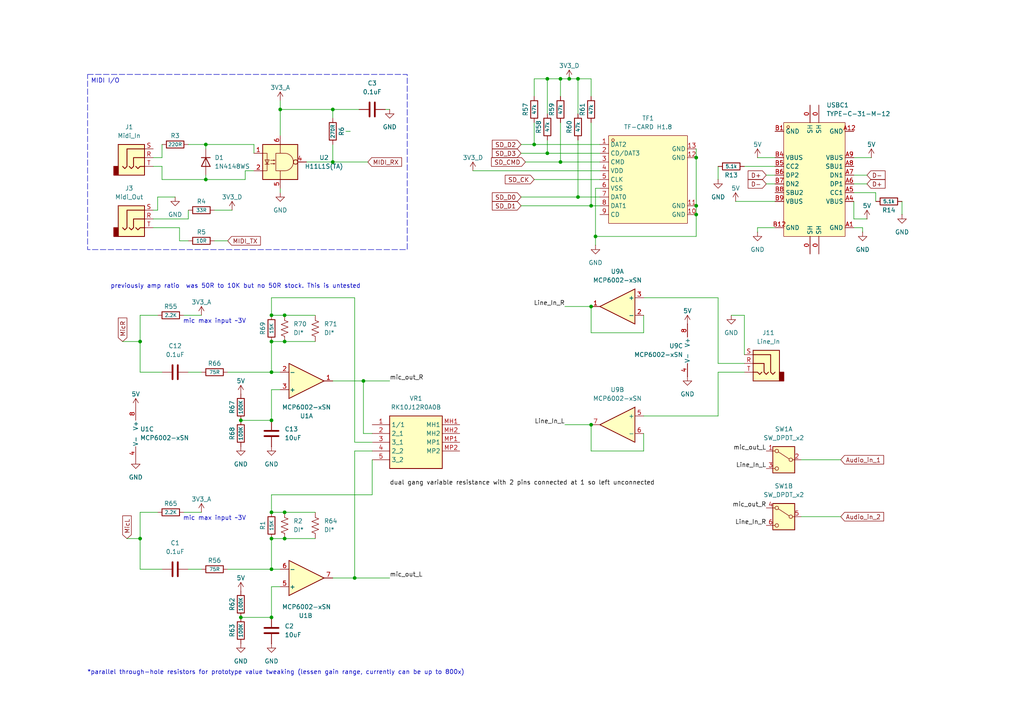
<source format=kicad_sch>
(kicad_sch (version 20231120) (generator "eeschema") (generator_version "8.0")
  (paper "A4")
  (lib_symbols
    (symbol "Amplifier_Operational:MCP6002-xSN" (pin_names (offset 0.127))
      (property "Reference" "U" (at 0 5.08 0))
      (property "Value" "MCP6002-xSN" (at 0 -5.08 0))
      (symbol "MCP6002-xSN_1_1"
        (polyline (pts (xy -5.08 5.08) (xy 5.08 0) (xy -5.08 -5.08) (xy -5.08 5.08)) (stroke (width 0.254)) (fill (type background)))
        (pin output line (at 7.62 0 180) (length 2.54) (name "~") (number "1"))
        (pin input line (at -7.62 -2.54 0) (length 2.54) (name "-") (number "2"))
        (pin input line (at -7.62 2.54 0) (length 2.54) (name "+") (number "3"))
      )
      (symbol "MCP6002-xSN_2_1"
        (polyline (pts (xy -5.08 5.08) (xy 5.08 0) (xy -5.08 -5.08) (xy -5.08 5.08)) (stroke (width 0.254)) (fill (type background)))
        (pin input line (at -7.62 2.54 0) (length 2.54) (name "+") (number "5"))
        (pin input line (at -7.62 -2.54 0) (length 2.54) (name "-") (number "6"))
        (pin output line (at 7.62 0 180) (length 2.54) (name "~") (number "7"))
      )
      (symbol "MCP6002-xSN_3_1"
        (pin power_in line (at -2.54 -7.62 90) (length 3.81) (name "V-") (number "4"))
        (pin power_in line (at -2.54 7.62 270) (length 3.81) (name "V+") (number "8"))
      )
    )
    (symbol "Connector_Audio:AudioJack3"
      (property "Reference" "J" (at 0 8.89 0))
      (property "Value" "AudioJack3" (at 0 6.35 0))
      (symbol "AudioJack3_0_1"
        (rectangle (start -5.08 -5.08) (end -6.35 -2.54) (stroke (width 0.254)) (fill (type outline)))
        (polyline (pts (xy 0 -2.54) (xy 0.635 -3.175) (xy 1.27 -2.54) (xy 2.54 -2.54)) (stroke (width 0.254)))
        (polyline (pts (xy -1.905 -2.54) (xy -1.27 -3.175) (xy -0.635 -2.54) (xy -0.635 0) (xy 2.54 0)) (stroke (width 0.254)))
        (polyline (pts (xy 2.54 2.54) (xy -2.54 2.54) (xy -2.54 -2.54) (xy -3.175 -3.175) (xy -3.81 -2.54)) (stroke (width 0.254)))
        (rectangle (start 2.54 3.81) (end -5.08 -5.08) (stroke (width 0.254)) (fill (type background)))
      )
      (symbol "AudioJack3_1_1"
        (pin passive line (at 5.08 0 180) (length 2.54) (name "~") (number "R"))
        (pin passive line (at 5.08 2.54 180) (length 2.54) (name "~") (number "S"))
        (pin passive line (at 5.08 -2.54 180) (length 2.54) (name "~") (number "T"))
      )
    )
    (symbol "Device:C" (pin_numbers hide) (pin_names (offset 0.254))
      (property "Reference" "C" (at 0.635 2.54 0))
      (property "Value" "C" (at 0.635 -2.54 0))
      (symbol "C_0_1"
        (polyline (pts (xy -2.032 -0.762) (xy 2.032 -0.762)) (stroke (width 0.508)))
        (polyline (pts (xy -2.032 0.762) (xy 2.032 0.762)) (stroke (width 0.508)))
      )
      (symbol "C_1_1"
        (pin passive line (at 0 3.81 270) (length 2.794) (name "~") (number "1"))
        (pin passive line (at 0 -3.81 90) (length 2.794) (name "~") (number "2"))
      )
    )
    (symbol "Device:R" (pin_numbers hide) (pin_names (offset 0))
      (property "Reference" "R" (at 2.032 0 90))
      (property "Value" "R" (at 0 0 90))
      (symbol "R_0_1"
        (rectangle (start -1.016 -2.54) (end 1.016 2.54) (stroke (width 0.254)))
      )
      (symbol "R_1_1"
        (pin passive line (at 0 3.81 270) (length 1.27) (name "~") (number "1"))
        (pin passive line (at 0 -3.81 90) (length 1.27) (name "~") (number "2"))
      )
    )
    (symbol "Device:R_US" (pin_numbers hide) (pin_names (offset 0))
      (property "Reference" "R" (at 2.54 0 90))
      (property "Value" "R_US" (at -2.54 0 90))
      (symbol "R_US_0_1"
        (polyline (pts (xy 0 -2.286) (xy 0 -2.54)))
        (polyline (pts (xy 0 2.286) (xy 0 2.54)))
        (polyline (pts (xy 0 -0.762) (xy 1.016 -1.143) (xy 0 -1.524) (xy -1.016 -1.905) (xy 0 -2.286)))
        (polyline (pts (xy 0 0.762) (xy 1.016 0.381) (xy 0 0) (xy -1.016 -0.381) (xy 0 -0.762)))
        (polyline (pts (xy 0 2.286) (xy 1.016 1.905) (xy 0 1.524) (xy -1.016 1.143) (xy 0 0.762)))
      )
      (symbol "R_US_1_1"
        (pin passive line (at 0 3.81 270) (length 1.27) (name "~") (number "1"))
        (pin passive line (at 0 -3.81 90) (length 1.27) (name "~") (number "2"))
      )
    )
    (symbol "Diode:MMSD4148" (pin_numbers hide) (pin_names hide)
      (property "Reference" "D" (at 0 2.54 0))
      (property "Value" "MMSD4148" (at 0 -2.54 0))
      (symbol "MMSD4148_0_1"
        (polyline (pts (xy -1.27 1.27) (xy -1.27 -1.27)) (stroke (width 0.254)))
        (polyline (pts (xy 1.27 0) (xy -1.27 0)))
        (polyline (pts (xy 1.27 1.27) (xy 1.27 -1.27) (xy -1.27 0) (xy 1.27 1.27)) (stroke (width 0.254)))
      )
      (symbol "MMSD4148_1_1"
        (pin passive line (at -3.81 0 0) (length 2.54) (name "K") (number "1"))
        (pin passive line (at 3.81 0 180) (length 2.54) (name "A") (number "2"))
      )
    )
    (symbol "Isolator:H11L1" (pin_names (offset 1.016))
      (property "Reference" "U" (at 1.27 8.89 0))
      (property "Value" "H11L1" (at 1.27 6.35 0))
      (symbol "H11L1_0_1"
        (rectangle (start -5.08 5.08) (end 5.08 -5.08) (stroke (width 0.254)) (fill (type background)))
        (polyline (pts (xy -4.445 -0.635) (xy -3.175 -0.635)))
        (polyline (pts (xy 0 2.54) (xy 0 5.08)))
        (polyline (pts (xy 0 -2.54) (xy 0 -5.08) (xy 0 -3.81)))
        (polyline (pts (xy -5.08 -2.54) (xy -3.81 -2.54) (xy -3.81 2.54) (xy -5.08 2.54)))
        (polyline (pts (xy -3.81 -0.635) (xy -4.445 0.635) (xy -3.175 0.635) (xy -3.81 -0.635)))
        (polyline (pts (xy 1.27 -2.54) (xy -1.27 -2.54) (xy -1.27 2.54) (xy 1.27 2.54)))
        (polyline (pts (xy -2.794 -0.508) (xy -1.524 -0.508) (xy -1.905 -0.635) (xy -1.905 -0.381) (xy -1.524 -0.508)))
        (polyline (pts (xy -2.794 0.508) (xy -1.524 0.508) (xy -1.905 0.381) (xy -1.905 0.635) (xy -1.524 0.508)))
        (arc (start 1.27 -2.54) (mid 3.799 0) (end 1.27 2.54))
      )
      (symbol "H11L1_1_1"
        (pin passive line (at -7.62 2.54 0) (length 2.54) (name "~") (number "1"))
        (pin passive line (at -7.62 -2.54 0) (length 2.54) (name "~") (number "2"))
        (pin no_connect line (at -5.08 0 0) (length 2.54) hide (name "~") (number "3"))
        (pin output inverted (at 7.62 0 180) (length 3.81) (name "~") (number "4"))
        (pin power_in line (at 0 -7.62 90) (length 2.54) (name "~") (number "5"))
        (pin power_in line (at 0 7.62 270) (length 2.54) (name "~") (number "6"))
      )
    )
    (symbol "Switch:SW_DPDT_x2" (pin_names (offset 0) hide)
      (property "Reference" "SW" (at 0 5.08 0))
      (property "Value" "SW_DPDT_x2" (at 0 -5.08 0))
      (symbol "SW_DPDT_x2_0_0"
        (circle (center -2.032 0) (radius 0.508))
        (circle (center 2.032 -2.54) (radius 0.508))
      )
      (symbol "SW_DPDT_x2_0_1"
        (rectangle (start -3.175 3.81) (end 3.175 -3.81) (stroke (width 0.254)) (fill (type background)))
        (polyline (pts (xy -1.524 0.254) (xy 1.5748 2.286)))
        (circle (center 2.032 2.54) (radius 0.508))
      )
      (symbol "SW_DPDT_x2_1_1"
        (pin passive line (at 5.08 2.54 180) (length 2.54) (name "A") (number "1"))
        (pin passive line (at -5.08 0 0) (length 2.54) (name "B") (number "2"))
        (pin passive line (at 5.08 -2.54 180) (length 2.54) (name "C") (number "3"))
      )
      (symbol "SW_DPDT_x2_2_1"
        (pin passive line (at 5.08 2.54 180) (length 2.54) (name "A") (number "4"))
        (pin passive line (at -5.08 0 0) (length 2.54) (name "B") (number "5"))
        (pin passive line (at 5.08 -2.54 180) (length 2.54) (name "C") (number "6"))
      )
    )
    (symbol "daisy_seed:3V3_A" (power) (pin_numbers hide) (pin_names (offset 0) hide)
      (property "Value" "3V3_A" (at 0 3.81 0))
      (symbol "3V3_A_0_1"
        (polyline (pts (xy -0.762 1.27) (xy 0 2.54)))
        (polyline (pts (xy 0 0) (xy 0 2.54)))
        (polyline (pts (xy 0 2.54) (xy 0.762 1.27)))
      )
      (symbol "3V3_A_1_1"
        (pin power_in line (at 0 0 90) (length 0) (name "~") (number "1"))
      )
    )
    (symbol "daisy_seed:3V3_D" (power) (pin_numbers hide) (pin_names (offset 0) hide)
      (property "Value" "3V3_D" (at 0 5.08 0))
      (symbol "3V3_D_0_0"
        (pin power_in line (at 0 0 90) (length 0) (name "~") (number "1"))
      )
      (symbol "3V3_D_0_1"
        (polyline (pts (xy -0.762 1.27) (xy 0 2.54)))
        (polyline (pts (xy 0 0) (xy 0 2.54)))
        (polyline (pts (xy 0 2.54) (xy 0.762 1.27)))
      )
    )
    (symbol "power:GND" (power) (pin_numbers hide) (pin_names (offset 0) hide)
      (property "Value" "GND" (at 0 -3.81 0))
      (symbol "GND_0_1"
        (polyline (pts (xy 0 0) (xy 0 -1.27) (xy 1.27 -1.27) (xy 0 -2.54) (xy -1.27 -1.27) (xy 0 -1.27)))
      )
      (symbol "GND_1_1"
        (pin power_in line (at 0 0 270) (length 0) (name "~") (number "1"))
      )
    )
    (symbol "soundbook:TYPE-C-31-M-12"
      (property "Reference" "USBC" (at 0 26.67 0))
      (property "Value" "TYPE-C-31-M-12" (at 0 -26.67 0))
      (symbol "TYPE-C-31-M-12_0_1"
        (rectangle (start -8.89 16.51) (end 8.89 -16.51) (fill (type background)))
        (circle (center -7.62 15.24) (radius 0.38))
        (pin unspecified line (at -1.27 -21.59 90) (length 5.08) (name "SH") (number "0"))
        (pin unspecified line (at -1.27 21.59 270) (length 5.08) (name "SH") (number "0"))
        (pin unspecified line (at 1.27 -21.59 90) (length 5.08) (name "SH") (number "0"))
        (pin unspecified line (at 1.27 21.59 270) (length 5.08) (name "SH") (number "0"))
        (pin unspecified line (at 11.43 -13.97 180) (length 2.54) (name "GND") (number "A1"))
        (pin unspecified line (at 11.43 13.97 180) (length 2.54) (name "GND") (number "A12"))
        (pin unspecified line (at 11.43 -6.35 180) (length 2.54) (name "VBUS") (number "A4"))
        (pin unspecified line (at 11.43 -3.81 180) (length 2.54) (name "CC1") (number "A5"))
        (pin unspecified line (at 11.43 -1.27 180) (length 2.54) (name "DP1") (number "A6"))
        (pin unspecified line (at 11.43 1.27 180) (length 2.54) (name "DN1") (number "A7"))
        (pin unspecified line (at 11.43 3.81 180) (length 2.54) (name "SBU1") (number "A8"))
        (pin unspecified line (at 11.43 6.35 180) (length 2.54) (name "VBUS") (number "A9"))
        (pin unspecified line (at -11.43 13.97 0) (length 2.54) (name "GND") (number "B1"))
        (pin unspecified line (at -11.43 -13.97 0) (length 2.54) (name "GND") (number "B12"))
        (pin unspecified line (at -11.43 6.35 0) (length 2.54) (name "VBUS") (number "B4"))
        (pin unspecified line (at -11.43 3.81 0) (length 2.54) (name "CC2") (number "B5"))
        (pin unspecified line (at -11.43 1.27 0) (length 2.54) (name "DP2") (number "B6"))
        (pin unspecified line (at -11.43 -1.27 0) (length 2.54) (name "DN2") (number "B7"))
        (pin unspecified line (at -11.43 -3.81 0) (length 2.54) (name "SBU2") (number "B8"))
        (pin unspecified line (at -11.43 -6.35 0) (length 2.54) (name "VBUS") (number "B9"))
      )
    )
    (symbol "soundpad_library:TF-CARDH1.8"
      (property "Reference" "TF" (at 0 17.78 0))
      (property "Value" "TF-CARD H1.8" (at 0 -12.7 0))
      (symbol "TF-CARDH1.8_0_1"
        (rectangle (start -12.7 15.24) (end 10.16 -10.16) (fill (type background)))
        (circle (center -11.43 13.97) (radius 0.38))
        (pin unspecified line (at -15.24 12.7 0) (length 2.54) (name "DAT2") (number "1"))
        (pin unspecified line (at 12.7 -7.62 180) (length 2.54) (name "GND") (number "10"))
        (pin unspecified line (at 12.7 -5.08 180) (length 2.54) (name "GND") (number "11"))
        (pin unspecified line (at 12.7 8.89 180) (length 2.54) (name "GND") (number "12"))
        (pin unspecified line (at 12.7 11.43 180) (length 2.54) (name "GND") (number "13"))
        (pin unspecified line (at -15.24 10.16 0) (length 2.54) (name "CD/DAT3") (number "2"))
        (pin unspecified line (at -15.24 7.62 0) (length 2.54) (name "CMD") (number "3"))
        (pin unspecified line (at -15.24 5.08 0) (length 2.54) (name "VDD") (number "4"))
        (pin unspecified line (at -15.24 2.54 0) (length 2.54) (name "CLK") (number "5"))
        (pin unspecified line (at -15.24 0 0) (length 2.54) (name "VSS") (number "6"))
        (pin unspecified line (at -15.24 -2.54 0) (length 2.54) (name "DAT0") (number "7"))
        (pin unspecified line (at -15.24 -5.08 0) (length 2.54) (name "DAT1") (number "8"))
        (pin unspecified line (at -15.24 -7.62 0) (length 2.54) (name "CD") (number "9"))
      )
    )
    (symbol "thumbwheel:RK10J12R0A0B"
      (property "Reference" "VR" (at 21.59 7.62 0))
      (property "Value" "RK10J12R0A0B" (at 21.59 5.08 0))
      (symbol "RK10J12R0A0B_1_1"
        (rectangle (start 5.08 2.54) (end 20.32 -12.7) (stroke (width 0.254)) (fill (type background)))
        (pin passive line (at 0 0 0) (length 5.08) (name "1/1") (number "1"))
        (pin passive line (at 0 -2.54 0) (length 5.08) (name "2_1") (number "2"))
        (pin passive line (at 0 -5.08 0) (length 5.08) (name "3_1") (number "3"))
        (pin passive line (at 0 -7.62 0) (length 5.08) (name "2_2") (number "4"))
        (pin passive line (at 0 -10.16 0) (length 5.08) (name "3_2") (number "5"))
        (pin passive line (at 25.4 0 180) (length 5.08) (name "MH1") (number "MH1"))
        (pin passive line (at 25.4 -2.54 180) (length 5.08) (name "MH2") (number "MH2"))
        (pin passive line (at 25.4 -5.08 180) (length 5.08) (name "MP1") (number "MP1"))
        (pin passive line (at 25.4 -7.62 180) (length 5.08) (name "MP2") (number "MP2"))
      )
    )
  )
  (junction (at 171.45 59.69))
  (junction (at 96.52 31.75))
  (junction (at 78.74 99.06))
  (junction (at 167.64 57.15))
  (junction (at 81.28 31.75))
  (junction (at 40.64 99.06))
  (junction (at 78.74 148.59))
  (junction (at 201.93 45.72))
  (junction (at 78.74 91.44))
  (junction (at 82.55 148.59))
  (junction (at 82.55 91.44))
  (junction (at 78.74 107.95))
  (junction (at 171.45 123.19))
  (junction (at 40.64 156.21))
  (junction (at 162.56 22.86))
  (junction (at 102.87 167.64))
  (junction (at 201.93 59.69))
  (junction (at 201.93 62.23))
  (junction (at 59.69 52.07))
  (junction (at 69.85 121.92))
  (junction (at 78.74 156.21))
  (junction (at 82.55 156.21))
  (junction (at 96.52 46.99))
  (junction (at 167.64 22.86))
  (junction (at 162.56 46.99))
  (junction (at 105.41 110.49))
  (junction (at 154.94 41.91))
  (junction (at 158.75 44.45))
  (junction (at 172.72 68.58))
  (junction (at 78.74 165.1))
  (junction (at 78.74 179.07))
  (junction (at 59.69 41.91))
  (junction (at 165.1 22.86))
  (junction (at 69.85 179.07))
  (junction (at 82.55 99.06))
  (junction (at 158.75 22.86))
  (junction (at 171.45 88.9))
  (junction (at 78.74 121.92))
  (wire (pts (xy 59.69 41.91) (xy 73.66 41.91)))
  (wire (pts (xy 154.94 52.07) (xy 173.99 52.07)))
  (wire (pts (xy 52.07 69.85) (xy 54.61 69.85)))
  (wire (pts (xy 247.65 66.04) (xy 250.19 66.04)))
  (wire (pts (xy 59.69 50.8) (xy 59.69 52.07)))
  (wire (pts (xy 96.52 110.49) (xy 105.41 110.49)))
  (wire (pts (xy 151.13 41.91) (xy 154.94 41.91)))
  (wire (pts (xy 96.52 31.75) (xy 81.28 31.75)))
  (wire (pts (xy 154.94 22.86) (xy 158.75 22.86)))
  (wire (pts (xy 82.55 99.06) (xy 91.44 99.06)))
  (wire (pts (xy 171.45 88.9) (xy 163.83 88.9)))
  (wire (pts (xy 154.94 41.91) (xy 173.99 41.91)))
  (wire (pts (xy 201.93 59.69) (xy 201.93 62.23)))
  (wire (pts (xy 78.74 148.59) (xy 82.55 148.59)))
  (wire (pts (xy 171.45 96.52) (xy 171.45 88.9)))
  (wire (pts (xy 46.99 52.07) (xy 59.69 52.07)))
  (wire (pts (xy 219.71 66.04) (xy 219.71 67.31)))
  (wire (pts (xy 158.75 44.45) (xy 173.99 44.45)))
  (wire (pts (xy 78.74 156.21) (xy 82.55 156.21)))
  (wire (pts (xy 162.56 35.56) (xy 162.56 46.99)))
  (wire (pts (xy 78.74 113.03) (xy 81.28 113.03)))
  (wire (pts (xy 81.28 29.21) (xy 81.28 31.75)))
  (wire (pts (xy 45.72 148.59) (xy 40.64 148.59)))
  (wire (pts (xy 167.64 57.15) (xy 173.99 57.15)))
  (wire (pts (xy 243.84 133.35) (xy 232.41 133.35)))
  (wire (pts (xy 171.45 123.19) (xy 171.45 130.81)))
  (wire (pts (xy 46.99 45.72) (xy 46.99 41.91)))
  (wire (pts (xy 78.74 86.36) (xy 102.87 86.36)))
  (wire (pts (xy 158.75 22.86) (xy 162.56 22.86)))
  (wire (pts (xy 96.52 167.64) (xy 102.87 167.64)))
  (wire (pts (xy 82.55 148.59) (xy 91.44 148.59)))
  (wire (pts (xy 105.41 110.49) (xy 113.03 110.49)))
  (wire (pts (xy 222.25 50.8) (xy 224.79 50.8)))
  (wire (pts (xy 247.65 63.5) (xy 251.46 63.5)))
  (wire (pts (xy 66.04 107.95) (xy 78.74 107.95)))
  (wire (pts (xy 163.83 123.19) (xy 171.45 123.19)))
  (wire (pts (xy 102.87 128.27) (xy 107.95 128.27)))
  (wire (pts (xy 69.85 121.92) (xy 78.74 121.92)))
  (wire (pts (xy 52.07 69.85) (xy 52.07 66.04)))
  (wire (pts (xy 104.14 31.75) (xy 96.52 31.75)))
  (wire (pts (xy 261.62 58.42) (xy 261.62 62.23)))
  (wire (pts (xy 78.74 99.06) (xy 82.55 99.06)))
  (wire (pts (xy 105.41 125.73) (xy 105.41 110.49)))
  (wire (pts (xy 167.64 40.64) (xy 167.64 57.15)))
  (wire (pts (xy 78.74 143.51) (xy 107.95 143.51)))
  (wire (pts (xy 40.64 91.44) (xy 40.64 99.06)))
  (wire (pts (xy 162.56 22.86) (xy 162.56 27.94)))
  (wire (pts (xy 208.28 48.26) (xy 208.28 52.07)))
  (wire (pts (xy 78.74 156.21) (xy 78.74 165.1)))
  (wire (pts (xy 46.99 107.95) (xy 40.64 107.95)))
  (wire (pts (xy 107.95 130.81) (xy 102.87 130.81)))
  (wire (pts (xy 213.36 58.42) (xy 224.79 58.42)))
  (wire (pts (xy 78.74 170.18) (xy 81.28 170.18)))
  (wire (pts (xy 62.23 60.96) (xy 67.31 60.96)))
  (wire (pts (xy 88.9 46.99) (xy 96.52 46.99)))
  (wire (pts (xy 81.28 54.61) (xy 81.28 55.88)))
  (wire (pts (xy 54.61 165.1) (xy 58.42 165.1)))
  (wire (pts (xy 78.74 99.06) (xy 78.74 107.95)))
  (wire (pts (xy 78.74 86.36) (xy 78.74 91.44)))
  (wire (pts (xy 208.28 107.95) (xy 208.28 120.65)))
  (wire (pts (xy 82.55 156.21) (xy 91.44 156.21)))
  (wire (pts (xy 215.9 107.95) (xy 208.28 107.95)))
  (wire (pts (xy 171.45 35.56) (xy 171.45 59.69)))
  (wire (pts (xy 215.9 91.44) (xy 212.09 91.44)))
  (wire (pts (xy 251.46 53.34) (xy 247.65 53.34)))
  (wire (pts (xy 247.65 45.72) (xy 252.73 45.72)))
  (wire (pts (xy 137.16 49.53) (xy 173.99 49.53)))
  (wire (pts (xy 44.45 63.5) (xy 54.61 63.5)))
  (wire (pts (xy 53.34 148.59) (xy 58.42 148.59)))
  (wire (pts (xy 162.56 46.99) (xy 173.99 46.99)))
  (wire (pts (xy 78.74 107.95) (xy 81.28 107.95)))
  (wire (pts (xy 102.87 86.36) (xy 102.87 128.27)))
  (wire (pts (xy 44.45 45.72) (xy 46.99 45.72)))
  (wire (pts (xy 208.28 120.65) (xy 186.69 120.65)))
  (wire (pts (xy 171.45 59.69) (xy 173.99 59.69)))
  (wire (pts (xy 96.52 41.91) (xy 96.52 46.99)))
  (wire (pts (xy 44.45 66.04) (xy 52.07 66.04)))
  (wire (pts (xy 171.45 22.86) (xy 167.64 22.86)))
  (wire (pts (xy 71.12 49.53) (xy 73.66 49.53)))
  (wire (pts (xy 172.72 68.58) (xy 172.72 71.12)))
  (wire (pts (xy 172.72 54.61) (xy 172.72 68.58)))
  (wire (pts (xy 54.61 63.5) (xy 54.61 60.96)))
  (wire (pts (xy 59.69 52.07) (xy 71.12 52.07)))
  (wire (pts (xy 151.13 59.69) (xy 171.45 59.69)))
  (wire (pts (xy 102.87 130.81) (xy 102.87 167.64)))
  (wire (pts (xy 35.56 99.06) (xy 40.64 99.06)))
  (wire (pts (xy 46.99 165.1) (xy 40.64 165.1)))
  (wire (pts (xy 171.45 27.94) (xy 171.45 22.86)))
  (wire (pts (xy 208.28 86.36) (xy 208.28 105.41)))
  (wire (pts (xy 162.56 22.86) (xy 165.1 22.86)))
  (wire (pts (xy 158.75 40.64) (xy 158.75 44.45)))
  (wire (pts (xy 250.19 66.04) (xy 250.19 67.31)))
  (wire (pts (xy 154.94 35.56) (xy 154.94 41.91)))
  (wire (pts (xy 69.85 179.07) (xy 78.74 179.07)))
  (wire (pts (xy 219.71 45.72) (xy 224.79 45.72)))
  (wire (pts (xy 81.28 31.75) (xy 81.28 39.37)))
  (wire (pts (xy 222.25 53.34) (xy 224.79 53.34)))
  (wire (pts (xy 54.61 41.91) (xy 59.69 41.91)))
  (wire (pts (xy 78.74 143.51) (xy 78.74 148.59)))
  (wire (pts (xy 96.52 31.75) (xy 96.52 34.29)))
  (wire (pts (xy 167.64 22.86) (xy 165.1 22.86)))
  (wire (pts (xy 201.93 68.58) (xy 172.72 68.58)))
  (wire (pts (xy 78.74 170.18) (xy 78.74 179.07)))
  (wire (pts (xy 102.87 167.64) (xy 113.03 167.64)))
  (wire (pts (xy 78.74 113.03) (xy 78.74 121.92)))
  (wire (pts (xy 186.69 130.81) (xy 171.45 130.81)))
  (wire (pts (xy 208.28 86.36) (xy 186.69 86.36)))
  (wire (pts (xy 154.94 27.94) (xy 154.94 22.86)))
  (wire (pts (xy 215.9 102.87) (xy 215.9 91.44)))
  (wire (pts (xy 208.28 105.41) (xy 215.9 105.41)))
  (wire (pts (xy 167.64 33.02) (xy 167.64 22.86)))
  (wire (pts (xy 243.84 149.86) (xy 232.41 149.86)))
  (wire (pts (xy 247.65 63.5) (xy 247.65 58.42)))
  (wire (pts (xy 53.34 91.44) (xy 58.42 91.44)))
  (wire (pts (xy 71.12 49.53) (xy 71.12 52.07)))
  (wire (pts (xy 45.72 91.44) (xy 40.64 91.44)))
  (wire (pts (xy 40.64 148.59) (xy 40.64 156.21)))
  (wire (pts (xy 40.64 99.06) (xy 40.64 107.95)))
  (wire (pts (xy 59.69 43.18) (xy 59.69 41.91)))
  (wire (pts (xy 152.4 46.99) (xy 162.56 46.99)))
  (wire (pts (xy 62.23 69.85) (xy 66.04 69.85)))
  (wire (pts (xy 201.93 45.72) (xy 201.93 59.69)))
  (wire (pts (xy 82.55 91.44) (xy 91.44 91.44)))
  (wire (pts (xy 186.69 125.73) (xy 186.69 130.81)))
  (wire (pts (xy 107.95 125.73) (xy 105.41 125.73)))
  (wire (pts (xy 101.6 38.1) (xy 100.33 38.1)))
  (wire (pts (xy 111.76 31.75) (xy 113.03 31.75)))
  (wire (pts (xy 254 55.88) (xy 247.65 55.88)))
  (wire (pts (xy 78.74 91.44) (xy 82.55 91.44)))
  (wire (pts (xy 45.72 60.96) (xy 45.72 57.15)))
  (wire (pts (xy 73.66 41.91) (xy 73.66 44.45)))
  (wire (pts (xy 46.99 48.26) (xy 46.99 52.07)))
  (wire (pts (xy 107.95 133.35) (xy 107.95 143.51)))
  (wire (pts (xy 224.79 48.26) (xy 215.9 48.26)))
  (wire (pts (xy 251.46 50.8) (xy 247.65 50.8)))
  (wire (pts (xy 186.69 96.52) (xy 171.45 96.52)))
  (wire (pts (xy 201.93 43.18) (xy 201.93 45.72)))
  (wire (pts (xy 44.45 48.26) (xy 46.99 48.26)))
  (wire (pts (xy 40.64 156.21) (xy 40.64 165.1)))
  (wire (pts (xy 44.45 60.96) (xy 45.72 60.96)))
  (wire (pts (xy 186.69 91.44) (xy 186.69 96.52)))
  (wire (pts (xy 158.75 22.86) (xy 158.75 33.02)))
  (wire (pts (xy 254 58.42) (xy 254 55.88)))
  (wire (pts (xy 40.64 156.21) (xy 36.83 156.21)))
  (wire (pts (xy 54.61 107.95) (xy 58.42 107.95)))
  (wire (pts (xy 224.79 66.04) (xy 219.71 66.04)))
  (wire (pts (xy 45.72 57.15) (xy 50.8 57.15)))
  (wire (pts (xy 201.93 62.23) (xy 201.93 68.58)))
  (wire (pts (xy 151.13 44.45) (xy 158.75 44.45)))
  (wire (pts (xy 78.74 165.1) (xy 81.28 165.1)))
  (wire (pts (xy 151.13 57.15) (xy 167.64 57.15)))
  (wire (pts (xy 96.52 46.99) (xy 106.68 46.99)))
  (wire (pts (xy 66.04 165.1) (xy 78.74 165.1)))
  (wire (pts (xy 173.99 54.61) (xy 172.72 54.61)))
  (text_box "MIDI I/O" (at 25.4 21.59 0) (size 92.71 50.8) (stroke (width 0) (type dash)) (effects (font (size 1.27 1.27)) (justify left top)))
  (text "*parallel through-hole resistors for prototype value tweaking (lessen gain range, currently can be up to 800x)" (at 80.01 195.072 0) (effects (font (size 1.27 1.27))))
  (text "mic max input ~3V" (at 62.23 93.218 0) (effects (font (size 1.27 1.27))))
  (text "previously amp ratio  was 50R to 10K but no 50R stock. This is untested" (at 68.326 83.058 0) (effects (font (size 1.27 1.27))))
  (text "mic max input ~3V" (at 62.23 150.368 0) (effects (font (size 1.27 1.27))))
  (label "dual gang variable resistance with 2 pins connected at 1 so left unconnected" (at 113.03 140.97 0))
  (label "mic_out_L" (at 113.03 167.64 0))
  (label "mic_out_R" (at 222.25 147.32 180))
  (label "Line_In_R" (at 163.83 88.9 180))
  (label "Line_In_R" (at 222.25 152.4 180))
  (label "mic_out_R" (at 113.03 110.49 0))
  (label "mic_out_L" (at 222.25 130.81 180))
  (label "Line_In_L" (at 222.25 135.89 180))
  (label "Line_In_L" (at 163.83 123.19 180))
  (global_label "SD_D2" (shape input) (at 151.13 41.91 180) (property "Intersheetrefs" "${INTERSHEET_REFS}" (effects (hide yes))))
  (global_label "SD_D0" (shape input) (at 151.13 57.15 180) (property "Intersheetrefs" "${INTERSHEET_REFS}" (effects (hide yes))))
  (global_label "Audio_in_2" (shape input) (at 243.84 149.86 0) (property "Intersheetrefs" "${INTERSHEET_REFS}" (effects (hide yes))))
  (global_label "D-" (shape input) (at 222.25 53.34 180) (property "Intersheetrefs" "${INTERSHEET_REFS}" (effects (hide yes))))
  (global_label "D-" (shape input) (at 251.46 50.8 0) (property "Intersheetrefs" "${INTERSHEET_REFS}" (effects (hide yes))))
  (global_label "D+" (shape input) (at 222.25 50.8 180) (property "Intersheetrefs" "${INTERSHEET_REFS}" (effects (hide yes))))
  (global_label "SD_CMD" (shape input) (at 152.4 46.99 180) (property "Intersheetrefs" "${INTERSHEET_REFS}" (effects (hide yes))))
  (global_label "MIDI_RX" (shape input) (at 106.68 46.99 0) (property "Intersheetrefs" "${INTERSHEET_REFS}" (effects (hide yes))))
  (global_label "SD_D3" (shape input) (at 151.13 44.45 180) (property "Intersheetrefs" "${INTERSHEET_REFS}" (effects (hide yes))))
  (global_label "MIDI_TX" (shape input) (at 66.04 69.85 0) (property "Intersheetrefs" "${INTERSHEET_REFS}" (effects (hide yes))))
  (global_label "SD_CK" (shape input) (at 154.94 52.07 180) (property "Intersheetrefs" "${INTERSHEET_REFS}" (effects (hide yes))))
  (global_label "SD_D1" (shape input) (at 151.13 59.69 180) (property "Intersheetrefs" "${INTERSHEET_REFS}" (effects (hide yes))))
  (global_label "MicR" (shape input) (at 35.56 99.06 90) (property "Intersheetrefs" "${INTERSHEET_REFS}" (effects (hide yes))))
  (global_label "D+" (shape input) (at 251.46 53.34 0) (property "Intersheetrefs" "${INTERSHEET_REFS}" (effects (hide yes))))
  (global_label "Audio_in_1" (shape input) (at 243.84 133.35 0) (property "Intersheetrefs" "${INTERSHEET_REFS}" (effects (hide yes))))
  (global_label "MicL" (shape input) (at 36.83 156.21 90) (property "Intersheetrefs" "${INTERSHEET_REFS}" (effects (hide yes))))
  (symbol (lib_id "Amplifier_Operational:MCP6002-xSN") (at 88.9 110.49 0) (mirror x) (unit 1)
    (property "Reference" "U1" (at 88.9 120.65 0))
    (property "Value" "MCP6002-xSN" (at 88.9 118.11 0))
    (property "Footprint" "Package_SO:SOIC-8_3.9x4.9mm_P1.27mm" (effects (hide yes)))
    (property "Datasheet" "http://ww1.microchip.com/downloads/en/DeviceDoc/21733j.pdf" (effects (hide yes)))
    (property "Description" "1MHz, Low-Power Op Amp, SOIC-8" (effects (hide yes)))
  )
  (symbol (lib_id "power:GND") (at 69.85 129.54 0) (unit 1)
    (property "Reference" "#PWR096" (effects (hide yes)))
    (property "Value" "GND" (at 69.85 134.62 0))
    (property "Description" "Power symbol creates a global label with name \"GND\" , ground" (effects (hide yes)))
  )
  (symbol (lib_id "power:GND") (at 69.85 186.69 0) (unit 1)
    (property "Reference" "#PWR076" (effects (hide yes)))
    (property "Value" "GND" (at 69.85 191.77 0))
    (property "Description" "Power symbol creates a global label with name \"GND\" , ground" (effects (hide yes)))
  )
  (symbol (lib_id "Amplifier_Operational:MCP6002-xSN") (at 179.07 123.19 0) (mirror y) (unit 2)
    (property "Reference" "U9" (at 179.07 113.03 0))
    (property "Value" "MCP6002-xSN" (at 179.07 115.57 0))
    (property "Footprint" "Package_SO:SOIC-8_3.9x4.9mm_P1.27mm" (effects (hide yes)))
    (property "Datasheet" "http://ww1.microchip.com/downloads/en/DeviceDoc/21733j.pdf" (effects (hide yes)))
    (property "Description" "1MHz, Low-Power Op Amp, SOIC-8" (effects (hide yes)))
  )
  (symbol (lib_id "soundbook:TYPE-C-31-M-12") (at 236.22 52.07 0) (unit 1)
    (property "Reference" "USBC1" (at 239.6841 30.48 0) (effects (justify left)))
    (property "Value" "TYPE-C-31-M-12" (at 239.6841 33.02 0) (effects (justify left)))
    (property "Footprint" "Connector_USB:USB_C_Receptacle_HRO_TYPE-C-31-M-12" (effects (hide yes)))
    (property "Datasheet" "https://lcsc.com/product-detail/USB-Type-C_Korean-Hroparts-Elec-TYPE-C-31-M-12_C165948.html" (effects (hide yes)))
    (property "LCSC Part" "C165948" (effects (hide yes)))
  )
  (symbol (lib_id "power:GND") (at 113.03 31.75 0) (unit 1)
    (property "Reference" "#PWR05" (effects (hide yes)))
    (property "Value" "GND" (at 113.03 36.83 0))
  )
  (symbol (lib_id "daisy_seed:3V3_D") (at 67.31 60.96 0) (unit 1)
    (property "Reference" "#PWR02" (effects (hide yes)))
    (property "Value" "3V3_D" (at 67.31 57.15 0))
    (property "Description" "Power symbol creates a global label with name \"3V3_D\"" (effects (hide yes)))
  )
  (symbol (lib_id "daisy_seed:3V3_D") (at 219.71 45.72 0) (unit 1)
    (property "Reference" "#PWR085" (effects (hide yes)))
    (property "Value" "5V" (at 219.71 41.91 0))
  )
  (symbol (lib_id "thumbwheel:RK10J12R0A0B") (at 107.95 123.19 0) (unit 1)
    (property "Reference" "VR1" (at 120.65 115.57 0))
    (property "Value" "RK10J12R0A0B" (at 120.65 118.11 0))
    (property "Footprint" "footprints:RK10J12R0A0B" (effects (hide yes)))
    (property "Datasheet" "https://www.alps.com/prod/info/E/HTML/Potentiometer/RotaryPotentiometers/RKJ1/RK10J12R0A0B.html" (effects (hide yes)))
    (property "Description" "Potentiometers Dual Unit 10mm,15A Surface mnt" (effects (hide yes)))
    (property "Height" "2.5" (effects (hide yes)))
    (property "Mouser Part Number" "688-RK10J12R0A0B" (effects (hide yes)))
    (property "Mouser Price/Stock" "https://www.mouser.co.uk/ProductDetail/Alps-Alpine/RK10J12R0A0B?qs=nR5Mw3RKkX4o8TMzstLlKA%3D%3D" (effects (hide yes)))
    (property "Manufacturer_Name" "ALPS Electric" (effects (hide yes)))
    (property "Manufacturer_Part_Number" "RK10J12R0A0B" (effects (hide yes)))
  )
  (symbol (lib_id "daisy_seed:3V3_D") (at 213.36 58.42 0) (mirror y) (unit 1)
    (property "Reference" "#PWR017" (effects (hide yes)))
    (property "Value" "5V" (at 213.36 54.61 0))
  )
  (symbol (lib_id "Device:R") (at 212.09 48.26 270) (unit 1)
    (property "Reference" "R13" (at 212.09 50.8 90))
    (property "Value" "5.1k" (at 212.09 48.26 90) (effects (font (size 1.016 1.016))))
    (property "Footprint" "Resistor_SMD:R_0603_1608Metric" (effects (hide yes)))
    (property "Description" "Resistor" (effects (hide yes)))
  )
  (symbol (lib_id "Device:R") (at 69.85 118.11 180) (unit 1)
    (property "Reference" "R67" (at 67.31 118.11 90))
    (property "Value" "100K" (at 69.85 118.11 90) (effects (font (size 1.016 1.016))))
    (property "Footprint" "Resistor_SMD:R_0603_1608Metric" (effects (hide yes)))
    (property "Description" "Resistor" (effects (hide yes)))
  )
  (symbol (lib_id "Device:R") (at 58.42 60.96 90) (unit 1)
    (property "Reference" "R4" (at 58.42 58.42 90))
    (property "Value" "33R" (at 58.42 60.96 90) (effects (font (size 1.016 1.016))))
    (property "Footprint" "Resistor_SMD:R_0603_1608Metric" (effects (hide yes)))
    (property "Description" "Resistor" (effects (hide yes)))
    (property "LCSC" "C23140" (effects (hide yes)))
  )
  (symbol (lib_id "power:GND") (at 250.19 67.31 0) (unit 1)
    (property "Reference" "#PWR015" (effects (hide yes)))
    (property "Value" "GND" (at 250.19 72.39 0))
    (property "Description" "Power symbol creates a global label with name \"GND\" , ground" (effects (hide yes)))
  )
  (symbol (lib_id "Amplifier_Operational:MCP6002-xSN") (at 196.85 101.6 0) (mirror y) (unit 3)
    (property "Reference" "U9" (at 198.12 100.3299 0) (effects (justify left)))
    (property "Value" "MCP6002-xSN" (at 198.12 102.8699 0) (effects (justify left)))
    (property "Footprint" "Package_SO:SOIC-8_3.9x4.9mm_P1.27mm" (effects (hide yes)))
    (property "Datasheet" "http://ww1.microchip.com/downloads/en/DeviceDoc/21733j.pdf" (effects (hide yes)))
    (property "Description" "1MHz, Low-Power Op Amp, SOIC-8" (effects (hide yes)))
  )
  (symbol (lib_id "Device:R") (at 62.23 165.1 90) (unit 1)
    (property "Reference" "R56" (at 62.23 162.56 90))
    (property "Value" "75R" (at 62.23 165.1 90) (effects (font (size 1.016 1.016))))
    (property "Footprint" "Resistor_SMD:R_0603_1608Metric" (effects (hide yes)))
    (property "Description" "Resistor" (effects (hide yes)))
  )
  (symbol (lib_id "Device:C") (at 50.8 165.1 90) (unit 1)
    (property "Reference" "C1" (at 50.8 157.48 90))
    (property "Value" "0.1uF" (at 50.8 160.02 90))
    (property "Footprint" "Capacitor_SMD:C_0402_1005Metric" (effects (hide yes)))
    (property "Description" "Unpolarized capacitor" (effects (hide yes)))
    (property "LCSC" "C1525" (effects (hide yes)))
  )
  (symbol (lib_id "Device:R_US") (at 82.55 95.25 180) (unit 1)
    (property "Reference" "R70" (at 85.09 93.9799 0) (effects (justify right)))
    (property "Value" "DI*" (at 85.09 96.5199 0) (effects (justify right)))
    (property "Footprint" "Resistor_THT:R_Axial_DIN0204_L3.6mm_D1.6mm_P5.08mm_Horizontal" (effects (hide yes)))
    (property "Description" "Resistor, US symbol" (effects (hide yes)))
  )
  (symbol (lib_id "daisy_seed:3V3_D") (at 137.16 49.53 0) (unit 1)
    (property "Reference" "#PWR080" (effects (hide yes)))
    (property "Value" "3V3_D" (at 137.16 45.72 0))
    (property "Description" "Power symbol creates a global label with name \"3V3_D\"" (effects (hide yes)))
  )
  (symbol (lib_id "Device:R_US") (at 91.44 95.25 0) (unit 1)
    (property "Reference" "R71" (at 93.98 93.9799 0) (effects (justify left)))
    (property "Value" "DI*" (at 93.98 96.5199 0) (effects (justify left)))
    (property "Footprint" "Resistor_THT:R_Axial_DIN0204_L3.6mm_D1.6mm_P5.08mm_Horizontal" (effects (hide yes)))
    (property "Description" "Resistor, US symbol" (effects (hide yes)))
  )
  (symbol (lib_id "Device:R") (at 171.45 31.75 180) (unit 1)
    (property "Reference" "R61" (at 168.91 31.75 90))
    (property "Value" "47k" (at 171.45 31.75 90) (effects (font (size 1.016 1.016))))
    (property "Footprint" "Resistor_SMD:R_0603_1608Metric" (effects (hide yes)))
    (property "Description" "Resistor" (effects (hide yes)))
  )
  (symbol (lib_id "Device:R") (at 49.53 148.59 90) (unit 1)
    (property "Reference" "R65" (at 49.53 146.05 90))
    (property "Value" "2.2K" (at 49.53 148.59 90) (effects (font (size 1.016 1.016))))
    (property "Footprint" "Resistor_SMD:R_0603_1608Metric" (effects (hide yes)))
    (property "Description" "Resistor" (effects (hide yes)))
  )
  (symbol (lib_id "power:GND") (at 172.72 71.12 0) (unit 1)
    (property "Reference" "#PWR081" (effects (hide yes)))
    (property "Value" "GND" (at 172.72 76.2 0))
    (property "Description" "Power symbol creates a global label with name \"GND\" , ground" (effects (hide yes)))
  )
  (symbol (lib_id "Device:C") (at 78.74 125.73 180) (unit 1)
    (property "Reference" "C13" (at 82.55 124.4599 0) (effects (justify right)))
    (property "Value" "10uF" (at 82.55 126.9999 0) (effects (justify right)))
    (property "Footprint" "Capacitor_SMD:C_0603_1608Metric" (effects (hide yes)))
    (property "Description" "Unpolarized capacitor" (effects (hide yes)))
    (property "LCSC" "C19702" (effects (hide yes)))
  )
  (symbol (lib_id "daisy_seed:3V3_D") (at 199.39 93.98 0) (mirror y) (unit 1)
    (property "Reference" "#PWR087" (effects (hide yes)))
    (property "Value" "5V" (at 199.39 90.17 0))
  )
  (symbol (lib_id "power:GND") (at 81.28 55.88 0) (unit 1)
    (property "Reference" "#PWR04" (effects (hide yes)))
    (property "Value" "GND" (at 81.28 60.96 0))
  )
  (symbol (lib_id "Connector_Audio:AudioJack3") (at 39.37 45.72 0) (unit 1)
    (property "Reference" "J1" (at 37.465 36.83 0))
    (property "Value" "Midi_In" (at 37.465 39.37 0))
    (property "Footprint" "footprints:CUI_SJ1-3553NG" (effects (hide yes)))
    (property "Description" "Audio Jack, 3 Poles (Stereo / TRS)" (effects (hide yes)))
  )
  (symbol (lib_id "Device:R") (at 78.74 95.25 180) (unit 1)
    (property "Reference" "R69" (at 76.2 95.25 90))
    (property "Value" "15K" (at 78.74 95.25 90) (effects (font (size 1.016 1.016))))
    (property "Footprint" "Resistor_SMD:R_0603_1608Metric" (effects (hide yes)))
    (property "Description" "Resistor" (effects (hide yes)))
    (property "LCSC" "C25804" (effects (hide yes)))
  )
  (symbol (lib_id "power:GND") (at 78.74 186.69 0) (unit 1)
    (property "Reference" "#PWR079" (effects (hide yes)))
    (property "Value" "GND" (at 78.74 191.77 0))
    (property "Description" "Power symbol creates a global label with name \"GND\" , ground" (effects (hide yes)))
  )
  (symbol (lib_id "Device:R") (at 58.42 69.85 90) (unit 1)
    (property "Reference" "R5" (at 58.42 67.31 90))
    (property "Value" "10R" (at 58.42 69.85 90) (effects (font (size 1.016 1.016))))
    (property "Footprint" "Resistor_SMD:R_0603_1608Metric" (effects (hide yes)))
    (property "Description" "Resistor" (effects (hide yes)))
    (property "LCSC" "C22859" (effects (hide yes)))
  )
  (symbol (lib_id "daisy_seed:3V3_A") (at 58.42 148.59 0) (unit 1)
    (property "Reference" "#PWR077" (effects (hide yes)))
    (property "Value" "3V3_A" (at 58.42 144.78 0))
    (property "Description" "Power symbol creates a global label with name \"3V3_A\" (I hope)" (effects (hide yes)))
  )
  (symbol (lib_id "Switch:SW_DPDT_x2") (at 227.33 149.86 0) (mirror y) (unit 2)
    (property "Reference" "SW1" (at 227.33 140.97 0))
    (property "Value" "SW_DPDT_x2" (at 227.33 143.51 0))
    (property "Footprint" "soundpad_library:Toggle Submini DPDT Prongs" (effects (hide yes)))
    (property "Description" "Switch, dual pole double throw, separate symbols" (effects (hide yes)))
  )
  (symbol (lib_id "Amplifier_Operational:MCP6002-xSN") (at 88.9 167.64 0) (mirror x) (unit 2)
    (property "Reference" "U1" (at 88.646 178.562 0))
    (property "Value" "MCP6002-xSN" (at 88.9 176.022 0))
    (property "Footprint" "Package_SO:SOIC-8_3.9x4.9mm_P1.27mm" (effects (hide yes)))
    (property "Datasheet" "http://ww1.microchip.com/downloads/en/DeviceDoc/21733j.pdf" (effects (hide yes)))
    (property "Description" "1MHz, Low-Power Op Amp, SOIC-8" (effects (hide yes)))
  )
  (symbol (lib_id "daisy_seed:3V3_D") (at 165.1 22.86 0) (unit 1)
    (property "Reference" "#PWR078" (effects (hide yes)))
    (property "Value" "3V3_D" (at 165.1 19.05 0))
    (property "Description" "Power symbol creates a global label with name \"3V3_D\"" (effects (hide yes)))
  )
  (symbol (lib_id "daisy_seed:3V3_A") (at 81.28 29.21 0) (unit 1)
    (property "Reference" "#PWR03" (effects (hide yes)))
    (property "Value" "3V3_A" (at 81.28 25.4 0))
    (property "Description" "Power symbol creates a global label with name \"3V3_A\" (I hope)" (effects (hide yes)))
  )
  (symbol (lib_id "Device:R") (at 69.85 125.73 180) (unit 1)
    (property "Reference" "R68" (at 67.31 125.73 90))
    (property "Value" "100K" (at 69.85 125.73 90) (effects (font (size 1.016 1.016))))
    (property "Footprint" "Resistor_SMD:R_0603_1608Metric" (effects (hide yes)))
    (property "Description" "Resistor" (effects (hide yes)))
  )
  (symbol (lib_id "Device:R_US") (at 91.44 152.4 0) (unit 1)
    (property "Reference" "R64" (at 93.98 151.1299 0) (effects (justify left)))
    (property "Value" "DI*" (at 93.98 153.6699 0) (effects (justify left)))
    (property "Footprint" "Resistor_THT:R_Axial_DIN0204_L3.6mm_D1.6mm_P5.08mm_Horizontal" (effects (hide yes)))
    (property "Description" "Resistor, US symbol" (effects (hide yes)))
  )
  (symbol (lib_id "Connector_Audio:AudioJack3") (at 39.37 63.5 0) (unit 1)
    (property "Reference" "J3" (at 37.465 54.61 0))
    (property "Value" "Midi_Out" (at 37.465 57.15 0))
    (property "Footprint" "footprints:CUI_SJ1-3553NG" (effects (hide yes)))
    (property "Description" "Audio Jack, 3 Poles (Stereo / TRS)" (effects (hide yes)))
  )
  (symbol (lib_id "Device:R") (at 69.85 175.26 180) (unit 1)
    (property "Reference" "R62" (at 67.31 175.26 90))
    (property "Value" "100K" (at 69.85 175.26 90) (effects (font (size 1.016 1.016))))
    (property "Footprint" "Resistor_SMD:R_0603_1608Metric" (effects (hide yes)))
    (property "Description" "Resistor" (effects (hide yes)))
  )
  (symbol (lib_id "Device:R") (at 50.8 41.91 90) (unit 1)
    (property "Reference" "R3" (at 50.8 39.37 90))
    (property "Value" "220R" (at 50.8 41.91 90) (effects (font (size 1.016 1.016))))
    (property "Footprint" "Resistor_SMD:R_0603_1608Metric" (effects (hide yes)))
    (property "Description" "Resistor" (effects (hide yes)))
    (property "LCSC" "C22962" (effects (hide yes)))
  )
  (symbol (lib_id "power:GND") (at 199.39 109.22 0) (mirror y) (unit 1)
    (property "Reference" "#PWR088" (effects (hide yes)))
    (property "Value" "GND" (at 199.39 114.3 0))
    (property "Description" "Power symbol creates a global label with name \"GND\" , ground" (effects (hide yes)))
  )
  (symbol (lib_id "Device:R") (at 49.53 91.44 90) (unit 1)
    (property "Reference" "R55" (at 49.53 88.9 90))
    (property "Value" "2.2K" (at 49.53 91.44 90) (effects (font (size 1.016 1.016))))
    (property "Footprint" "Resistor_SMD:R_0603_1608Metric" (effects (hide yes)))
    (property "Description" "Resistor" (effects (hide yes)))
  )
  (symbol (lib_id "daisy_seed:3V3_D") (at 252.73 45.72 0) (unit 1)
    (property "Reference" "#PWR0136" (effects (hide yes)))
    (property "Value" "5V" (at 252.73 41.91 0))
  )
  (symbol (lib_id "Device:R_US") (at 82.55 152.4 180) (unit 1)
    (property "Reference" "R2" (at 85.09 151.1299 0) (effects (justify right)))
    (property "Value" "DI*" (at 85.09 153.6699 0) (effects (justify right)))
    (property "Footprint" "Resistor_THT:R_Axial_DIN0204_L3.6mm_D1.6mm_P5.08mm_Horizontal" (effects (hide yes)))
    (property "Description" "Resistor, US symbol" (effects (hide yes)))
  )
  (symbol (lib_id "power:GND") (at 219.71 67.31 0) (unit 1)
    (property "Reference" "#PWR084" (effects (hide yes)))
    (property "Value" "GND" (at 219.71 72.39 0))
    (property "Description" "Power symbol creates a global label with name \"GND\" , ground" (effects (hide yes)))
  )
  (symbol (lib_id "Diode:MMSD4148") (at 59.69 46.99 270) (unit 1)
    (property "Reference" "D1" (at 62.23 45.72 90) (effects (justify left)))
    (property "Value" "1N4148WS" (at 62.23 48.26 90) (effects (justify left)))
    (property "Footprint" "Diode_SMD:D_SOD-323" (effects (hide yes)))
    (property "Datasheet" "https://www.onsemi.com/pub/Collateral/MMSD4148T1-D.PDF" (effects (hide yes)))
    (property "Sim.Device" "D" (effects (hide yes)))
    (property "Sim.Pins" "1=K 2=A" (effects (hide yes)))
    (property "LCSC" "C2128" (effects (hide yes)))
  )
  (symbol (lib_id "Device:C") (at 50.8 107.95 90) (unit 1)
    (property "Reference" "C12" (at 50.8 100.33 90))
    (property "Value" "0.1uF" (at 50.8 102.87 90))
    (property "Footprint" "Capacitor_SMD:C_0402_1005Metric" (effects (hide yes)))
    (property "Description" "Unpolarized capacitor" (effects (hide yes)))
    (property "LCSC" "C1525" (effects (hide yes)))
  )
  (symbol (lib_id "daisy_seed:3V3_D") (at 39.37 118.11 0) (unit 1)
    (property "Reference" "#PWR091" (effects (hide yes)))
    (property "Value" "5V" (at 39.37 114.3 0))
  )
  (symbol (lib_id "Device:R") (at 69.85 182.88 180) (unit 1)
    (property "Reference" "R63" (at 67.31 182.88 90))
    (property "Value" "100K" (at 69.85 182.88 90) (effects (font (size 1.016 1.016))))
    (property "Footprint" "Resistor_SMD:R_0603_1608Metric" (effects (hide yes)))
    (property "Description" "Resistor" (effects (hide yes)))
  )
  (symbol (lib_id "Device:R") (at 167.64 36.83 180) (unit 1)
    (property "Reference" "R60" (at 165.1 36.83 90))
    (property "Value" "47k" (at 167.64 36.83 90) (effects (font (size 1.016 1.016))))
    (property "Footprint" "Resistor_SMD:R_0603_1608Metric" (effects (hide yes)))
    (property "Description" "Resistor" (effects (hide yes)))
  )
  (symbol (lib_id "power:GND") (at 212.09 91.44 0) (mirror y) (unit 1)
    (property "Reference" "#PWR086" (effects (hide yes)))
    (property "Value" "GND" (at 212.09 96.52 0))
    (property "Description" "Power symbol creates a global label with name \"GND\" , ground" (effects (hide yes)))
  )
  (symbol (lib_id "Device:R") (at 162.56 31.75 180) (unit 1)
    (property "Reference" "R59" (at 160.02 31.75 90))
    (property "Value" "47k" (at 162.56 31.75 90) (effects (font (size 1.016 1.016))))
    (property "Footprint" "Resistor_SMD:R_0603_1608Metric" (effects (hide yes)))
    (property "Description" "Resistor" (effects (hide yes)))
  )
  (symbol (lib_id "daisy_seed:3V3_D") (at 69.85 114.3 0) (unit 1)
    (property "Reference" "#PWR095" (effects (hide yes)))
    (property "Value" "5V" (at 69.85 110.49 0))
  )
  (symbol (lib_id "power:GND") (at 208.28 52.07 0) (unit 1)
    (property "Reference" "#PWR016" (effects (hide yes)))
    (property "Value" "GND" (at 208.28 57.15 0))
    (property "Description" "Power symbol creates a global label with name \"GND\" , ground" (effects (hide yes)))
  )
  (symbol (lib_id "power:GND") (at 78.74 129.54 0) (unit 1)
    (property "Reference" "#PWR097" (effects (hide yes)))
    (property "Value" "GND" (at 78.74 134.62 0))
    (property "Description" "Power symbol creates a global label with name \"GND\" , ground" (effects (hide yes)))
  )
  (symbol (lib_id "Device:C") (at 78.74 182.88 180) (unit 1)
    (property "Reference" "C2" (at 82.55 181.6099 0) (effects (justify right)))
    (property "Value" "10uF" (at 82.55 184.1499 0) (effects (justify right)))
    (property "Footprint" "Capacitor_SMD:C_0603_1608Metric" (effects (hide yes)))
    (property "Description" "Unpolarized capacitor" (effects (hide yes)))
    (property "LCSC" "C19702" (effects (hide yes)))
  )
  (symbol (lib_id "Switch:SW_DPDT_x2") (at 227.33 133.35 0) (mirror y) (unit 1)
    (property "Reference" "SW1" (at 227.33 124.46 0))
    (property "Value" "SW_DPDT_x2" (at 227.33 127 0))
    (property "Footprint" "soundpad_library:Toggle Submini DPDT Prongs" (effects (hide yes)))
    (property "Description" "Switch, dual pole double throw, separate symbols" (effects (hide yes)))
  )
  (symbol (lib_id "Device:R") (at 257.81 58.42 270) (unit 1)
    (property "Reference" "R14" (at 257.81 60.96 90))
    (property "Value" "5.1k" (at 257.81 58.42 90) (effects (font (size 1.016 1.016))))
    (property "Footprint" "Resistor_SMD:R_0603_1608Metric" (effects (hide yes)))
    (property "Description" "Resistor" (effects (hide yes)))
  )
  (symbol (lib_id "daisy_seed:3V3_A") (at 58.42 91.44 0) (unit 1)
    (property "Reference" "#PWR094" (effects (hide yes)))
    (property "Value" "3V3_A" (at 58.42 87.63 0))
    (property "Description" "Power symbol creates a global label with name \"3V3_A\" (I hope)" (effects (hide yes)))
  )
  (symbol (lib_id "daisy_seed:3V3_D") (at 251.46 63.5 0) (unit 1)
    (property "Reference" "#PWR024" (effects (hide yes)))
    (property "Value" "5V" (at 251.46 59.69 0))
  )
  (symbol (lib_id "power:GND") (at 50.8 57.15 0) (unit 1)
    (property "Reference" "#PWR01" (effects (hide yes)))
    (property "Value" "GND" (at 50.8 62.23 0))
    (property "Description" "Power symbol creates a global label with name \"GND\" , ground" (effects (hide yes)))
  )
  (symbol (lib_id "power:GND") (at 39.37 133.35 0) (unit 1)
    (property "Reference" "#PWR092" (effects (hide yes)))
    (property "Value" "GND" (at 39.37 138.43 0))
    (property "Description" "Power symbol creates a global label with name \"GND\" , ground" (effects (hide yes)))
  )
  (symbol (lib_id "soundpad_library:TF-CARDH1.8") (at 189.23 54.61 0) (unit 1)
    (property "Reference" "TF1" (at 187.96 34.29 0))
    (property "Value" "TF-CARD H1.8" (at 187.96 36.83 0))
    (property "Footprint" "soundpad_library:TF-SMD_TF-CARD-H1.8" (effects (hide yes)))
    (property "LCSC" "C7529389" (effects (hide yes)))
  )
  (symbol (lib_id "Device:R") (at 62.23 107.95 90) (unit 1)
    (property "Reference" "R66" (at 62.23 105.41 90))
    (property "Value" "75R" (at 62.23 107.95 90) (effects (font (size 1.016 1.016))))
    (property "Footprint" "Resistor_SMD:R_0603_1608Metric" (effects (hide yes)))
    (property "Description" "Resistor" (effects (hide yes)))
  )
  (symbol (lib_id "power:GND") (at 261.62 62.23 0) (unit 1)
    (property "Reference" "#PWR023" (effects (hide yes)))
    (property "Value" "GND" (at 261.62 67.31 0))
    (property "Description" "Power symbol creates a global label with name \"GND\" , ground" (effects (hide yes)))
  )
  (symbol (lib_id "Device:R") (at 158.75 36.83 180) (unit 1)
    (property "Reference" "R58" (at 156.21 36.83 90))
    (property "Value" "47k" (at 158.75 36.83 90) (effects (font (size 1.016 1.016))))
    (property "Footprint" "Resistor_SMD:R_0603_1608Metric" (effects (hide yes)))
    (property "Description" "Resistor" (effects (hide yes)))
  )
  (symbol (lib_id "Amplifier_Operational:MCP6002-xSN") (at 41.91 125.73 0) (unit 3)
    (property "Reference" "U1" (at 40.64 124.4599 0) (effects (justify left)))
    (property "Value" "MCP6002-xSN" (at 40.64 126.9999 0) (effects (justify left)))
    (property "Footprint" "Package_SO:SOIC-8_3.9x4.9mm_P1.27mm" (effects (hide yes)))
    (property "Datasheet" "http://ww1.microchip.com/downloads/en/DeviceDoc/21733j.pdf" (effects (hide yes)))
    (property "Description" "1MHz, Low-Power Op Amp, SOIC-8" (effects (hide yes)))
  )
  (symbol (lib_id "Connector_Audio:AudioJack3") (at 220.98 105.41 0) (mirror y) (unit 1)
    (property "Reference" "J11" (at 222.885 96.52 0))
    (property "Value" "Line_In" (at 222.885 99.06 0))
    (property "Footprint" "footprints:CUI_SJ1-3553NG" (effects (hide yes)))
    (property "Description" "Audio Jack, 3 Poles (Stereo / TRS)" (effects (hide yes)))
  )
  (symbol (lib_id "Device:C") (at 107.95 31.75 270) (unit 1)
    (property "Reference" "C3" (at 107.95 24.13 90))
    (property "Value" "0.1uF" (at 107.95 26.67 90))
    (property "Footprint" "Capacitor_SMD:C_0402_1005Metric" (effects (hide yes)))
    (property "Description" "Unpolarized capacitor" (effects (hide yes)))
    (property "LCSC" "C1525" (effects (hide yes)))
  )
  (symbol (lib_id "Device:R") (at 154.94 31.75 180) (unit 1)
    (property "Reference" "R57" (at 152.4 31.75 90))
    (property "Value" "47k" (at 154.94 31.75 90) (effects (font (size 1.016 1.016))))
    (property "Footprint" "Resistor_SMD:R_0603_1608Metric" (effects (hide yes)))
    (property "Description" "Resistor" (effects (hide yes)))
  )
  (symbol (lib_id "Device:R") (at 78.74 152.4 180) (unit 1)
    (property "Reference" "R1" (at 76.2 152.4 90))
    (property "Value" "15K" (at 78.74 152.4 90) (effects (font (size 1.016 1.016))))
    (property "Footprint" "Resistor_SMD:R_0603_1608Metric" (effects (hide yes)))
    (property "Description" "Resistor" (effects (hide yes)))
    (property "LCSC" "C25804" (effects (hide yes)))
  )
  (symbol (lib_id "Amplifier_Operational:MCP6002-xSN") (at 179.07 88.9 0) (mirror y) (unit 1)
    (property "Reference" "U9" (at 179.07 78.74 0))
    (property "Value" "MCP6002-xSN" (at 179.07 81.28 0))
    (property "Footprint" "Package_SO:SOIC-8_3.9x4.9mm_P1.27mm" (effects (hide yes)))
    (property "Datasheet" "http://ww1.microchip.com/downloads/en/DeviceDoc/21733j.pdf" (effects (hide yes)))
    (property "Description" "1MHz, Low-Power Op Amp, SOIC-8" (effects (hide yes)))
  )
  (symbol (lib_id "daisy_seed:3V3_D") (at 69.85 171.45 0) (unit 1)
    (property "Reference" "#PWR075" (effects (hide yes)))
    (property "Value" "5V" (at 69.85 167.64 0))
  )
  (symbol (lib_id "Device:R") (at 96.52 38.1 0) (unit 1)
    (property "Reference" "R6" (at 99.06 38.1 90))
    (property "Value" "270R" (at 96.52 38.1 90) (effects (font (size 1.016 1.016))))
    (property "Footprint" "Resistor_SMD:R_0603_1608Metric" (effects (hide yes)))
    (property "Description" "Resistor" (effects (hide yes)))
  )
  (symbol (lib_id "Isolator:H11L1") (at 81.28 46.99 0) (unit 1)
    (property "Reference" "U2" (at 93.98 45.72 0))
    (property "Value" "H11L1S(TA)" (at 93.98 48.26 0))
    (property "Footprint" "footprints:H11L1STA_EVE" (effects (hide yes)))
    (property "Datasheet" "https://datasheet.lcsc.com/lcsc/1810111530_Everlight-Elec-H11L1S-TA_C78589.pdf" (effects (hide yes)))
  )
)
</source>
